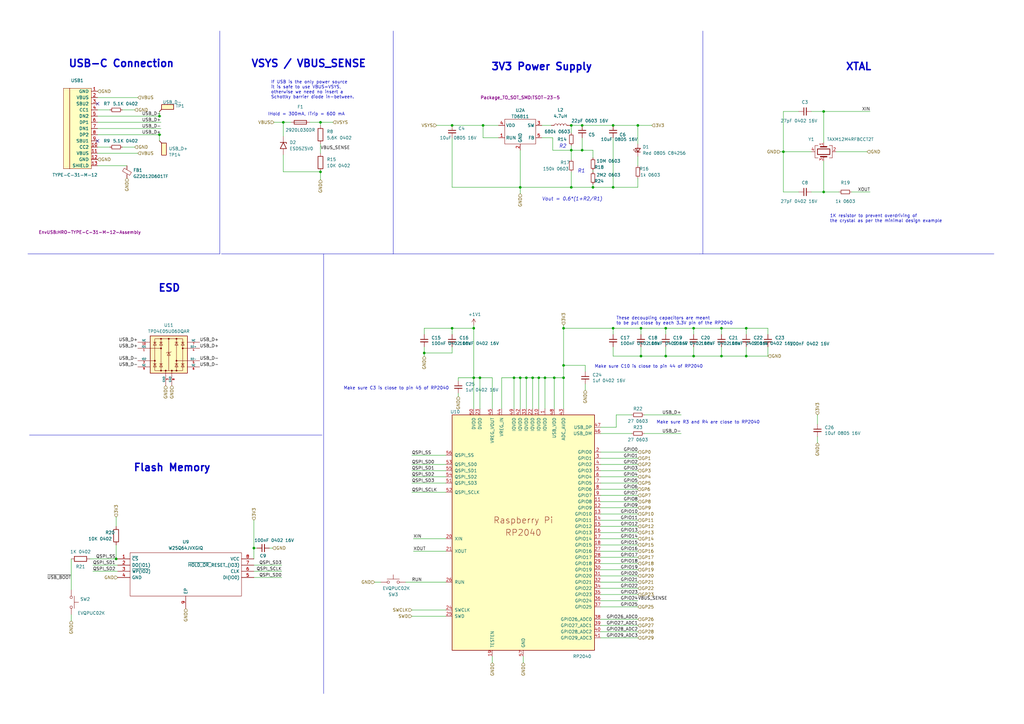
<source format=kicad_sch>
(kicad_sch (version 20230121) (generator eeschema)
  (paper "A3")
  (title_block (title "rp2040 base circuit") (date "2023-03-09"))
  (lib_symbols
    (symbol "Connector:TestPoint_Flag" (pin_numbers hide) (pin_names (offset 0.762) hide)
      (property "Reference" "TP" (at 3.429 1.778 0))
      (property "Value" "TestPoint_Flag" (at 3.302 4.191 0))
      (symbol "TestPoint_Flag_1_1"
        (pin passive line (at 0 0 90) (length 0) (name "1") (number "1"))
      )
    )
    (symbol "Device:C_Small" (pin_numbers hide) (pin_names (offset 0.254) hide)
      (property "Reference" "C" (at 0.254 1.778 0))
      (property "Value" "C_Small" (at 0.254 -2.032 0))
      (symbol "C_Small_1_1"
        (pin passive line (at 0 2.54 270) (length 2.032) (name "~") (number "1"))
        (pin passive line (at 0 -2.54 90) (length 2.032) (name "~") (number "2"))
      )
    )
    (symbol "Device:Crystal_GND24" (pin_names (offset 1.016) hide)
      (property "Reference" "Y" (at 3.175 5.08 0))
      (property "Value" "Crystal_GND24" (at 3.175 3.175 0))
      (symbol "Crystal_GND24_1_1"
        (pin passive line (at -3.81 0 0) (length 1.27) (name "1") (number "1"))
        (pin passive line (at 0 5.08 270) (length 1.27) (name "2") (number "2"))
        (pin passive line (at 3.81 0 180) (length 1.27) (name "3") (number "3"))
        (pin passive line (at 0 -5.08 90) (length 1.27) (name "4") (number "4"))
      )
    )
    (symbol "Device:FerriteBead_Small" (pin_numbers hide) (pin_names (offset 0))
      (property "Reference" "FB" (at 1.905 1.27 0))
      (property "Value" "FerriteBead_Small" (at 1.905 -1.27 0))
      (symbol "FerriteBead_Small_1_1"
        (pin passive line (at 0 2.54 270) (length 1.27) (name "~") (number "1"))
        (pin passive line (at 0 -2.54 90) (length 1.27) (name "~") (number "2"))
      )
    )
    (symbol "Device:Fuse" (pin_numbers hide) (pin_names (offset 0))
      (property "Reference" "F" (at 2.032 0 90))
      (property "Value" "Fuse" (at -1.905 0 90))
      (symbol "Fuse_1_1"
        (pin passive line (at 0 3.81 270) (length 1.27) (name "~") (number "1"))
        (pin passive line (at 0 -3.81 90) (length 1.27) (name "~") (number "2"))
      )
    )
    (symbol "Device:L" (pin_numbers hide) (pin_names (offset 1.016) hide)
      (property "Reference" "L" (at -1.27 0 90))
      (property "Value" "L" (at 1.905 0 90))
      (symbol "L_1_1"
        (pin passive line (at 0 3.81 270) (length 1.27) (name "1") (number "1"))
        (pin passive line (at 0 -3.81 90) (length 1.27) (name "2") (number "2"))
      )
    )
    (symbol "Device:LED_Small" (pin_numbers hide) (pin_names (offset 0.254) hide)
      (property "Reference" "D" (at -1.27 3.175 0))
      (property "Value" "LED_Small" (at -4.445 -2.54 0))
      (symbol "LED_Small_1_1"
        (pin passive line (at -2.54 0 0) (length 1.778) (name "K") (number "1"))
        (pin passive line (at 2.54 0 180) (length 1.778) (name "A") (number "2"))
      )
    )
    (symbol "Device:R" (pin_numbers hide) (pin_names (offset 0))
      (property "Reference" "R" (at 2.032 0 90))
      (property "Value" "R" (at 0 0 90))
      (symbol "R_1_1"
        (pin passive line (at 0 3.81 270) (length 1.27) (name "~") (number "1"))
        (pin passive line (at 0 -3.81 90) (length 1.27) (name "~") (number "2"))
      )
    )
    (symbol "Device:R_Small" (pin_numbers hide) (pin_names (offset 0.254) hide)
      (property "Reference" "R" (at 0.762 0.508 0))
      (property "Value" "R_Small" (at 0.762 -1.016 0))
      (symbol "R_Small_1_1"
        (pin passive line (at 0 2.54 270) (length 0.762) (name "~") (number "1"))
        (pin passive line (at 0 -2.54 90) (length 0.762) (name "~") (number "2"))
      )
    )
    (symbol "Diode:SMF6V0A" (pin_numbers hide) (pin_names (offset 1.016) hide)
      (property "Reference" "D" (at 0 2.54 0))
      (property "Value" "SMF6V0A" (at 0 -2.54 0))
      (symbol "SMF6V0A_1_1"
        (pin passive line (at -3.81 0 0) (length 2.54) (name "A1") (number "1"))
        (pin passive line (at 3.81 0 180) (length 2.54) (name "A2") (number "2"))
      )
    )
    (symbol "MCU_RaspberryPi_RP2040:RP2040" (pin_names (offset 1.016))
      (property "Reference" "U" (at -29.21 49.53 0))
      (property "Value" "RP2040" (at 24.13 -49.53 0))
      (symbol "RP2040_0_0"
        (text "Raspberry Pi" (at 0 5.08 0) (effects (font (size 2.54 2.54))))
        (text "RP2040" (at 0 0 0) (effects (font (size 2.54 2.54))))
      )
      (symbol "RP2040_1_1"
        (pin power_in line (at 8.89 50.8 270) (length 2.54) (name "IOVDD") (number "1"))
        (pin power_in line (at 6.35 50.8 270) (length 2.54) (name "IOVDD") (number "10"))
        (pin bidirectional line (at 31.75 12.7 180) (length 2.54) (name "GPIO8") (number "11"))
        (pin bidirectional line (at 31.75 10.16 180) (length 2.54) (name "GPIO9") (number "12"))
        (pin bidirectional line (at 31.75 7.62 180) (length 2.54) (name "GPIO10") (number "13"))
        (pin bidirectional line (at 31.75 5.08 180) (length 2.54) (name "GPIO11") (number "14"))
        (pin bidirectional line (at 31.75 2.54 180) (length 2.54) (name "GPIO12") (number "15"))
        (pin bidirectional line (at 31.75 0 180) (length 2.54) (name "GPIO13") (number "16"))
        (pin bidirectional line (at 31.75 -2.54 180) (length 2.54) (name "GPIO14") (number "17"))
        (pin bidirectional line (at 31.75 -5.08 180) (length 2.54) (name "GPIO15") (number "18"))
        (pin passive line (at -12.7 -50.8 90) (length 2.54) (name "TESTEN") (number "19"))
        (pin bidirectional line (at 31.75 33.02 180) (length 2.54) (name "GPIO0") (number "2"))
        (pin input line (at -31.75 -2.54 0) (length 2.54) (name "XIN") (number "20"))
        (pin passive line (at -31.75 -7.62 0) (length 2.54) (name "XOUT") (number "21"))
        (pin power_in line (at 3.81 50.8 270) (length 2.54) (name "IOVDD") (number "22"))
        (pin power_in line (at -17.78 50.8 270) (length 2.54) (name "DVDD") (number "23"))
        (pin output line (at -31.75 -31.75 0) (length 2.54) (name "SWCLK") (number "24"))
        (pin bidirectional line (at -31.75 -34.29 0) (length 2.54) (name "SWD") (number "25"))
        (pin input line (at -31.75 -20.32 0) (length 2.54) (name "RUN") (number "26"))
        (pin bidirectional line (at 31.75 -7.62 180) (length 2.54) (name "GPIO16") (number "27"))
        (pin bidirectional line (at 31.75 -10.16 180) (length 2.54) (name "GPIO17") (number "28"))
        (pin bidirectional line (at 31.75 -12.7 180) (length 2.54) (name "GPIO18") (number "29"))
        (pin bidirectional line (at 31.75 30.48 180) (length 2.54) (name "GPIO1") (number "3"))
        (pin bidirectional line (at 31.75 -15.24 180) (length 2.54) (name "GPIO19") (number "30"))
        (pin bidirectional line (at 31.75 -17.78 180) (length 2.54) (name "GPIO20") (number "31"))
        (pin bidirectional line (at 31.75 -20.32 180) (length 2.54) (name "GPIO21") (number "32"))
        (pin power_in line (at 1.27 50.8 270) (length 2.54) (name "IOVDD") (number "33"))
        (pin bidirectional line (at 31.75 -22.86 180) (length 2.54) (name "GPIO22") (number "34"))
        (pin bidirectional line (at 31.75 -25.4 180) (length 2.54) (name "GPIO23") (number "35"))
        (pin bidirectional line (at 31.75 -27.94 180) (length 2.54) (name "GPIO24") (number "36"))
        (pin bidirectional line (at 31.75 -30.48 180) (length 2.54) (name "GPIO25") (number "37"))
        (pin bidirectional line (at 31.75 -35.56 180) (length 2.54) (name "GPIO26_ADC0") (number "38"))
        (pin bidirectional line (at 31.75 -38.1 180) (length 2.54) (name "GPIO27_ADC1") (number "39"))
        (pin bidirectional line (at 31.75 27.94 180) (length 2.54) (name "GPIO2") (number "4"))
        (pin bidirectional line (at 31.75 -40.64 180) (length 2.54) (name "GPIO28_ADC2") (number "40"))
        (pin bidirectional line (at 31.75 -43.18 180) (length 2.54) (name "GPIO29_ADC3") (number "41"))
        (pin power_in line (at -1.27 50.8 270) (length 2.54) (name "IOVDD") (number "42"))
        (pin power_in line (at 16.51 50.8 270) (length 2.54) (name "ADC_AVDD") (number "43"))
        (pin power_in line (at -8.89 50.8 270) (length 2.54) (name "VREG_IN") (number "44"))
        (pin power_out line (at -12.7 50.8 270) (length 2.54) (name "VREG_VOUT") (number "45"))
        (pin bidirectional line (at 31.75 40.64 180) (length 2.54) (name "USB_DM") (number "46"))
        (pin bidirectional line (at 31.75 43.18 180) (length 2.54) (name "USB_DP") (number "47"))
        (pin power_in line (at 12.7 50.8 270) (length 2.54) (name "USB_VDD") (number "48"))
        (pin power_in line (at -3.81 50.8 270) (length 2.54) (name "IOVDD") (number "49"))
        (pin bidirectional line (at 31.75 25.4 180) (length 2.54) (name "GPIO3") (number "5"))
        (pin power_in line (at -20.32 50.8 270) (length 2.54) (name "DVDD") (number "50"))
        (pin bidirectional line (at -31.75 20.32 0) (length 2.54) (name "QSPI_SD3") (number "51"))
        (pin output line (at -31.75 16.51 0) (length 2.54) (name "QSPI_SCLK") (number "52"))
        (pin bidirectional line (at -31.75 27.94 0) (length 2.54) (name "QSPI_SD0") (number "53"))
        (pin bidirectional line (at -31.75 22.86 0) (length 2.54) (name "QSPI_SD2") (number "54"))
        (pin bidirectional line (at -31.75 25.4 0) (length 2.54) (name "QSPI_SD1") (number "55"))
        (pin bidirectional line (at -31.75 31.75 0) (length 2.54) (name "QSPI_SS") (number "56"))
        (pin power_in line (at 0 -50.8 90) (length 2.54) (name "GND") (number "57"))
        (pin bidirectional line (at 31.75 22.86 180) (length 2.54) (name "GPIO4") (number "6"))
        (pin bidirectional line (at 31.75 20.32 180) (length 2.54) (name "GPIO5") (number "7"))
        (pin bidirectional line (at 31.75 17.78 180) (length 2.54) (name "GPIO6") (number "8"))
        (pin bidirectional line (at 31.75 15.24 180) (length 2.54) (name "GPIO7") (number "9"))
      )
    )
    (symbol "Switch:SW_Push" (pin_numbers hide) (pin_names (offset 1.016) hide)
      (property "Reference" "SW" (at 1.27 2.54 0))
      (property "Value" "SW_Push" (at 0 -1.524 0))
      (symbol "SW_Push_0_1"
        (pin passive line (at -5.08 0 0) (length 2.54) (name "1") (number "1"))
        (pin passive line (at 5.08 0 180) (length 2.54) (name "2") (number "2"))
      )
    )
    (symbol "Type-C:HRO-TYPE-C-31-M-12" (pin_names (offset 1.016))
      (property "Reference" "USB" (at -5.08 16.51 0))
      (property "Value" "HRO-TYPE-C-31-M-12" (at -10.16 -1.27 90))
      (symbol "HRO-TYPE-C-31-M-12_1_1"
        (pin input line (at 2.54 13.97 180) (length 2.54) (name "GND") (number "1"))
        (pin input line (at 2.54 -8.89 180) (length 2.54) (name "CC2") (number "10"))
        (pin input line (at 2.54 -11.43 180) (length 2.54) (name "VBUS") (number "11"))
        (pin input line (at 2.54 -13.97 180) (length 2.54) (name "GND") (number "12"))
        (pin input line (at 2.54 -16.51 180) (length 2.54) (name "SHIELD") (number "13"))
        (pin input line (at 2.54 11.43 180) (length 2.54) (name "VBUS") (number "2"))
        (pin input line (at 2.54 8.89 180) (length 2.54) (name "SBU2") (number "3"))
        (pin input line (at 2.54 6.35 180) (length 2.54) (name "CC1") (number "4"))
        (pin input line (at 2.54 3.81 180) (length 2.54) (name "DN2") (number "5"))
        (pin input line (at 2.54 1.27 180) (length 2.54) (name "DP1") (number "6"))
        (pin input line (at 2.54 -1.27 180) (length 2.54) (name "DN1") (number "7"))
        (pin input line (at 2.54 -3.81 180) (length 2.54) (name "DP2") (number "8"))
        (pin input line (at 2.54 -6.35 180) (length 2.54) (name "SBU1") (number "9"))
      )
    )
    (symbol "Winbond Flash:W25Q64JVXGIQ" (pin_names (offset 0.762))
      (property "Reference" "IC" (at 52.07 7.62 0))
      (property "Value" "W25Q64JVXGIQ" (at 52.07 5.08 0))
      (symbol "W25Q64JVXGIQ_0_0"
        (pin passive line (at 0 0 0) (length 5.08) (name "~{CS}") (number "1"))
        (pin passive line (at 0 -2.54 0) (length 5.08) (name "DO(IO1)") (number "2"))
        (pin passive line (at 0 -5.08 0) (length 5.08) (name "~{WP(IO2})") (number "3"))
        (pin passive line (at 0 -7.62 0) (length 5.08) (name "GND") (number "4"))
        (pin passive line (at 55.88 -7.62 180) (length 5.08) (name "DI(IO0)") (number "5"))
        (pin passive line (at 55.88 -5.08 180) (length 5.08) (name "CLK") (number "6"))
        (pin passive line (at 55.88 -2.54 180) (length 5.08) (name "~{HOLD_OR_}RESET_(IO3)") (number "7"))
        (pin passive line (at 55.88 0 180) (length 5.08) (name "VCC") (number "8"))
        (pin passive line (at 27.94 -20.32 90) (length 5.08) (name "EP") (number "9"))
      )
    )
    (symbol "acheron_Symbols:TPD4E05U06DQAR" (pin_names (offset 0))
      (property "Reference" "U" (at 0 12.7 0))
      (property "Value" "TPD4E05U06DQAR" (at 0 10.16 0))
      (symbol "TPD4E05U06DQAR_1_1"
        (pin bidirectional line (at -12.7 2.54 0) (length 5.08) (name "IO1") (number "1"))
        (pin bidirectional line (at -12.7 5.08 0) (length 5.08) (name "NC") (number "10"))
        (pin bidirectional line (at -12.7 -2.54 0) (length 5.08) (name "IO2") (number "2"))
        (pin power_in line (at -1.27 -12.7 90) (length 5.08) (name "GND") (number "3"))
        (pin bidirectional line (at 12.7 2.54 180) (length 5.08) (name "D2+") (number "4"))
        (pin bidirectional line (at 12.7 -2.54 180) (length 5.08) (name "D2-") (number "5"))
        (pin bidirectional line (at 12.7 -5.08 180) (length 5.08) (name "NC") (number "6"))
        (pin bidirectional line (at 12.7 5.08 180) (length 5.08) (name "NC") (number "7"))
        (pin power_in line (at 1.27 -12.7 90) (length 5.08) (name "GND") (number "8"))
        (pin bidirectional line (at -12.7 -5.08 0) (length 5.08) (name "NC") (number "9"))
      )
    )
    (symbol "poly_kb:TD6811"
      (property "Reference" "U" (at 0 8.89 0))
      (property "Value" "TD6811" (at 0 6.35 0))
      (symbol "TD6811_1_1"
        (pin input line (at -8.89 -2.54 0) (length 2.54) (name "RUN") (number "1"))
        (pin input line (at 0 -7.62 90) (length 2.54) (name "GND") (number "2"))
        (pin output line (at 8.89 2.54 180) (length 2.54) (name "SW") (number "3"))
        (pin input line (at -8.89 2.54 0) (length 2.54) (name "VDD") (number "4"))
        (pin input line (at 8.89 -2.54 180) (length 2.54) (name "FB") (number "5"))
      )
      (symbol "TD6811_2_1"
        (pin input line (at -8.89 -2.54 0) (length 2.54) (name "RUN") (number "1-UB"))
        (pin input line (at 0 -3.81 270) (length 2.54) (name "GND") (number "2-UB"))
        (pin output line (at 8.89 2.54 180) (length 2.54) (name "SW") (number "3-UB"))
        (pin input line (at -8.89 2.54 0) (length 2.54) (name "VDD") (number "4-UB"))
        (pin input line (at 8.89 -2.54 180) (length 2.54) (name "FB") (number "FB-UB"))
      )
      (symbol "TD6811_3_1"
        (pin input line (at -8.89 -2.54 0) (length 2.54) (name "RUN") (number "1-UC"))
        (pin input line (at 0 -3.81 270) (length 2.54) (name "GND") (number "2-UC"))
        (pin output line (at 8.89 2.54 180) (length 2.54) (name "SW") (number "3-UC"))
        (pin input line (at -8.89 2.54 0) (length 2.54) (name "VDD") (number "4-UC"))
        (pin input line (at 8.89 -2.54 180) (length 2.54) (name "FB") (number "FB-UC"))
      )
      (symbol "TD6811_4_1"
        (pin input line (at -8.89 -2.54 0) (length 2.54) (name "RUN") (number "1-UD"))
        (pin input line (at 0 -3.81 270) (length 2.54) (name "GND") (number "2-UD"))
        (pin output line (at 8.89 2.54 180) (length 2.54) (name "SW") (number "3-UD"))
        (pin input line (at -8.89 2.54 0) (length 2.54) (name "VDD") (number "4-UD"))
        (pin input line (at 8.89 -2.54 180) (length 2.54) (name "FB") (number "FB-UD"))
      )
      (symbol "TD6811_5_1"
        (pin input line (at -8.89 -2.54 0) (length 2.54) (name "RUN") (number "1-UE"))
        (pin input line (at 0 -3.81 270) (length 2.54) (name "GND") (number "2-UE"))
        (pin output line (at 8.89 2.54 180) (length 2.54) (name "SW") (number "3-UE"))
        (pin input line (at -8.89 2.54 0) (length 2.54) (name "VDD") (number "4-UE"))
        (pin input line (at 8.89 -2.54 180) (length 2.54) (name "FB") (number "FB-UE"))
      )
    )
    (symbol "power:+1V1" (power) (pin_names (offset 0))
      (property "Value" "+1V1" (at 0 3.556 0))
      (symbol "+1V1_1_1"
        (pin power_in line (at 0 0 90) (length 0) hide (name "+1V1") (number "1"))
      )
    )
  )
  (junction (at 337.82 78.74))
  (junction (at 227.33 154.94))
  (junction (at 295.91 134.62))
  (junction (at 185.42 51.435))
  (junction (at 116.205 50.165))
  (junction (at 220.98 154.94))
  (junction (at 65.405 47.625))
  (junction (at 251.46 134.62))
  (junction (at 243.205 76.835))
  (junction (at 47.625 229.235))
  (junction (at 218.44 154.94))
  (junction (at 337.82 45.72))
  (junction (at 231.14 134.62))
  (junction (at 173.99 144.78))
  (junction (at 194.31 154.94))
  (junction (at 238.76 61.595))
  (junction (at 213.36 154.94))
  (junction (at 213.36 76.835))
  (junction (at 261.62 51.435))
  (junction (at 284.48 134.62))
  (junction (at 194.31 134.62))
  (junction (at 196.85 154.94))
  (junction (at 262.89 134.62))
  (junction (at 185.42 134.62))
  (junction (at 273.05 146.05))
  (junction (at 306.07 134.62))
  (junction (at 210.82 154.94))
  (junction (at 306.07 146.05))
  (junction (at 234.315 61.595))
  (junction (at 65.405 55.245))
  (junction (at 238.76 51.435))
  (junction (at 131.445 70.485))
  (junction (at 131.445 50.165))
  (junction (at 215.9 154.94))
  (junction (at 284.48 146.05))
  (junction (at 198.12 51.435))
  (junction (at 321.31 62.23))
  (junction (at 231.14 154.94))
  (junction (at 234.315 51.435))
  (junction (at 251.46 76.835))
  (junction (at 104.14 224.79))
  (junction (at 295.91 146.05))
  (junction (at 262.89 146.05))
  (junction (at 231.14 149.86))
  (junction (at 234.315 76.835))
  (junction (at 251.46 51.435))
  (junction (at 223.52 154.94))
  (junction (at 273.05 134.62))
  (no_connect (at 40.005 57.785))
  (no_connect (at 40.005 42.545))
  (wire (pts (xy 218.44 167.64) (xy 218.44 154.94)))
  (wire (pts (xy 273.05 134.62) (xy 273.05 137.16)))
  (wire (pts (xy 251.46 134.62) (xy 262.89 134.62)))
  (polyline (pts (xy 287.02 104.14) (xy 407.67 104.14)))
  (wire (pts (xy 332.74 78.74) (xy 337.82 78.74)))
  (polyline (pts (xy 90.805 104.14) (xy 161.29 104.14)))
  (wire (pts (xy 185.42 51.435) (xy 198.12 51.435)))
  (wire (pts (xy 252.73 170.18) (xy 252.73 175.26)))
  (wire (pts (xy 246.38 236.22) (xy 261.62 236.22)))
  (wire (pts (xy 314.96 142.24) (xy 314.96 146.05)))
  (wire (pts (xy 335.28 170.18) (xy 335.28 173.99)))
  (polyline (pts (xy 11.43 104.14) (xy 90.17 104.14)))
  (wire (pts (xy 262.89 134.62) (xy 262.89 137.16)))
  (wire (pts (xy 251.46 142.24) (xy 251.46 146.05)))
  (wire (pts (xy 179.07 51.435) (xy 185.42 51.435)))
  (wire (pts (xy 246.38 193.04) (xy 261.62 193.04)))
  (wire (pts (xy 246.38 198.12) (xy 261.62 198.12)))
  (wire (pts (xy 131.445 50.165) (xy 136.525 50.165)))
  (wire (pts (xy 246.38 187.96) (xy 261.62 187.96)))
  (wire (pts (xy 251.46 51.435) (xy 261.62 51.435)))
  (wire (pts (xy 40.005 40.005) (xy 56.515 40.005)))
  (wire (pts (xy 306.07 134.62) (xy 306.07 137.16)))
  (wire (pts (xy 246.38 248.92) (xy 261.62 248.92)))
  (wire (pts (xy 246.38 256.54) (xy 261.62 256.54)))
  (wire (pts (xy 246.38 261.62) (xy 261.62 261.62)))
  (wire (pts (xy 264.16 177.8) (xy 279.4 177.8)))
  (wire (pts (xy 233.68 51.435) (xy 234.315 51.435)))
  (wire (pts (xy 194.31 154.94) (xy 187.96 154.94)))
  (wire (pts (xy 65.405 55.245) (xy 66.04 55.245)))
  (wire (pts (xy 344.17 78.74) (xy 337.82 78.74)))
  (polyline (pts (xy 12.065 178.435) (xy 132.08 178.435)))
  (wire (pts (xy 173.99 144.78) (xy 185.42 144.78)))
  (wire (pts (xy 261.62 64.135) (xy 261.62 67.945)))
  (wire (pts (xy 243.205 61.595) (xy 238.76 61.595)))
  (wire (pts (xy 169.545 226.06) (xy 182.88 226.06)))
  (wire (pts (xy 337.82 45.72) (xy 356.87 45.72)))
  (polyline (pts (xy 132.715 104.14) (xy 132.715 284.48)))
  (wire (pts (xy 234.315 51.435) (xy 234.315 54.61)))
  (wire (pts (xy 194.31 134.62) (xy 194.31 154.94)))
  (wire (pts (xy 182.88 252.73) (xy 168.91 252.73)))
  (wire (pts (xy 168.91 193.04) (xy 182.88 193.04)))
  (wire (pts (xy 321.31 78.74) (xy 327.66 78.74)))
  (wire (pts (xy 243.205 64.77) (xy 243.205 61.595)))
  (wire (pts (xy 306.07 142.24) (xy 306.07 146.05)))
  (wire (pts (xy 210.82 167.64) (xy 210.82 154.94)))
  (wire (pts (xy 246.38 210.82) (xy 261.62 210.82)))
  (wire (pts (xy 173.99 134.62) (xy 185.42 134.62)))
  (wire (pts (xy 213.36 76.835) (xy 213.36 79.375)))
  (wire (pts (xy 112.395 50.165) (xy 116.205 50.165)))
  (wire (pts (xy 187.96 154.94) (xy 187.96 156.21)))
  (wire (pts (xy 342.9 62.23) (xy 355.6 62.23)))
  (wire (pts (xy 182.88 201.93) (xy 168.91 201.93)))
  (wire (pts (xy 306.07 146.05) (xy 314.96 146.05)))
  (wire (pts (xy 201.93 154.94) (xy 196.85 154.94)))
  (wire (pts (xy 321.31 45.72) (xy 327.66 45.72)))
  (wire (pts (xy 168.91 195.58) (xy 182.88 195.58)))
  (wire (pts (xy 234.315 61.595) (xy 234.315 65.405)))
  (wire (pts (xy 116.205 70.485) (xy 131.445 70.485)))
  (wire (pts (xy 65.405 55.245) (xy 65.405 57.785)))
  (wire (pts (xy 116.205 50.165) (xy 116.205 55.88)))
  (wire (pts (xy 194.31 154.94) (xy 194.31 167.64)))
  (wire (pts (xy 205.74 154.94) (xy 210.82 154.94)))
  (wire (pts (xy 240.03 149.86) (xy 240.03 152.4)))
  (wire (pts (xy 243.205 69.85) (xy 243.205 70.485)))
  (wire (pts (xy 173.99 142.24) (xy 173.99 144.78)))
  (wire (pts (xy 262.89 146.05) (xy 273.05 146.05)))
  (wire (pts (xy 231.14 134.62) (xy 251.46 134.62)))
  (wire (pts (xy 273.05 142.24) (xy 273.05 146.05)))
  (wire (pts (xy 246.38 254) (xy 261.62 254)))
  (wire (pts (xy 104.14 234.315) (xy 115.57 234.315)))
  (wire (pts (xy 201.93 269.24) (xy 201.93 271.78)))
  (wire (pts (xy 116.205 50.165) (xy 119.38 50.165)))
  (wire (pts (xy 240.03 157.48) (xy 240.03 160.02)))
  (wire (pts (xy 261.62 51.435) (xy 267.335 51.435)))
  (wire (pts (xy 238.76 51.435) (xy 251.46 51.435)))
  (wire (pts (xy 196.85 154.94) (xy 194.31 154.94)))
  (wire (pts (xy 104.14 213.36) (xy 104.14 224.79)))
  (wire (pts (xy 246.38 195.58) (xy 261.62 195.58)))
  (wire (pts (xy 314.96 134.62) (xy 314.96 137.16)))
  (wire (pts (xy 40.005 55.245) (xy 65.405 55.245)))
  (wire (pts (xy 246.38 243.84) (xy 261.62 243.84)))
  (wire (pts (xy 198.12 51.435) (xy 198.12 56.515)))
  (wire (pts (xy 185.42 134.62) (xy 194.31 134.62)))
  (wire (pts (xy 246.38 213.36) (xy 261.62 213.36)))
  (wire (pts (xy 223.52 154.94) (xy 223.52 167.64)))
  (wire (pts (xy 48.26 234.315) (xy 38.1 234.315)))
  (wire (pts (xy 321.31 62.23) (xy 332.74 62.23)))
  (wire (pts (xy 213.36 61.595) (xy 213.36 76.835)))
  (wire (pts (xy 214.63 269.24) (xy 214.63 271.78)))
  (wire (pts (xy 251.46 76.835) (xy 261.62 76.835)))
  (wire (pts (xy 215.9 167.64) (xy 215.9 154.94)))
  (wire (pts (xy 246.38 185.42) (xy 261.62 185.42)))
  (wire (pts (xy 238.76 56.515) (xy 238.76 61.595)))
  (wire (pts (xy 251.46 134.62) (xy 251.46 137.16)))
  (wire (pts (xy 335.28 179.07) (xy 335.28 181.61)))
  (wire (pts (xy 110.49 224.79) (xy 111.76 224.79)))
  (wire (pts (xy 65.405 47.625) (xy 66.04 47.625)))
  (wire (pts (xy 251.46 56.515) (xy 251.46 76.835)))
  (wire (pts (xy 246.38 228.6) (xy 261.62 228.6)))
  (wire (pts (xy 213.36 154.94) (xy 215.9 154.94)))
  (wire (pts (xy 50.165 60.325) (xy 55.245 60.325)))
  (wire (pts (xy 252.73 170.18) (xy 259.08 170.18)))
  (wire (pts (xy 246.38 226.06) (xy 261.62 226.06)))
  (wire (pts (xy 234.315 51.435) (xy 238.76 51.435)))
  (wire (pts (xy 198.12 56.515) (xy 204.47 56.515)))
  (wire (pts (xy 47.625 223.52) (xy 47.625 229.235)))
  (wire (pts (xy 306.07 134.62) (xy 314.96 134.62)))
  (wire (pts (xy 104.14 224.79) (xy 105.41 224.79)))
  (wire (pts (xy 246.38 177.8) (xy 259.08 177.8)))
  (wire (pts (xy 40.005 47.625) (xy 65.405 47.625)))
  (wire (pts (xy 246.38 218.44) (xy 261.62 218.44)))
  (wire (pts (xy 246.38 190.5) (xy 261.62 190.5)))
  (wire (pts (xy 273.05 134.62) (xy 284.48 134.62)))
  (wire (pts (xy 65.405 45.72) (xy 65.405 47.625)))
  (wire (pts (xy 223.52 154.94) (xy 227.33 154.94)))
  (wire (pts (xy 222.25 56.515) (xy 226.695 56.515)))
  (wire (pts (xy 168.91 198.12) (xy 182.88 198.12)))
  (wire (pts (xy 246.38 231.14) (xy 261.62 231.14)))
  (wire (pts (xy 182.88 250.19) (xy 168.91 250.19)))
  (wire (pts (xy 261.62 76.835) (xy 261.62 73.025)))
  (wire (pts (xy 234.315 61.595) (xy 238.76 61.595)))
  (wire (pts (xy 243.205 76.835) (xy 251.46 76.835)))
  (polyline (pts (xy 288.29 12.7) (xy 288.29 104.14)))
  (wire (pts (xy 210.82 154.94) (xy 213.36 154.94)))
  (wire (pts (xy 227.33 154.94) (xy 231.14 154.94)))
  (wire (pts (xy 284.48 142.24) (xy 284.48 146.05)))
  (wire (pts (xy 40.005 60.325) (xy 45.085 60.325)))
  (wire (pts (xy 29.21 229.235) (xy 29.21 241.935)))
  (wire (pts (xy 295.91 134.62) (xy 306.07 134.62)))
  (wire (pts (xy 246.38 200.66) (xy 261.62 200.66)))
  (wire (pts (xy 187.96 161.29) (xy 187.96 162.56)))
  (wire (pts (xy 231.14 133.35) (xy 231.14 134.62)))
  (wire (pts (xy 246.38 238.76) (xy 261.62 238.76)))
  (wire (pts (xy 337.82 66.04) (xy 337.82 78.74)))
  (wire (pts (xy 264.16 170.18) (xy 279.4 170.18)))
  (wire (pts (xy 246.38 246.38) (xy 261.62 246.38)))
  (wire (pts (xy 306.07 146.05) (xy 295.91 146.05)))
  (wire (pts (xy 56.515 62.865) (xy 40.005 62.865)))
  (wire (pts (xy 218.44 154.94) (xy 220.98 154.94)))
  (wire (pts (xy 222.25 51.435) (xy 226.06 51.435)))
  (wire (pts (xy 262.89 142.24) (xy 262.89 146.05)))
  (wire (pts (xy 215.9 154.94) (xy 218.44 154.94)))
  (wire (pts (xy 231.14 149.86) (xy 240.03 149.86)))
  (wire (pts (xy 168.91 190.5) (xy 182.88 190.5)))
  (wire (pts (xy 205.74 167.64) (xy 205.74 154.94)))
  (wire (pts (xy 40.005 45.085) (xy 45.085 45.085)))
  (wire (pts (xy 201.93 167.64) (xy 201.93 154.94)))
  (wire (pts (xy 156.21 238.76) (xy 153.67 238.76)))
  (wire (pts (xy 131.445 50.165) (xy 131.445 51.435)))
  (wire (pts (xy 185.42 76.835) (xy 213.36 76.835)))
  (wire (pts (xy 226.695 61.595) (xy 234.315 61.595)))
  (wire (pts (xy 182.88 186.69) (xy 168.91 186.69)))
  (wire (pts (xy 166.37 238.76) (xy 182.88 238.76)))
  (wire (pts (xy 185.42 56.515) (xy 185.42 76.835)))
  (wire (pts (xy 29.21 252.095) (xy 29.21 254.635)))
  (wire (pts (xy 246.38 241.3) (xy 261.62 241.3)))
  (polyline (pts (xy 161.29 104.14) (xy 287.02 104.14)))
  (wire (pts (xy 36.83 229.235) (xy 47.625 229.235)))
  (wire (pts (xy 246.38 259.08) (xy 261.62 259.08)))
  (wire (pts (xy 295.91 142.24) (xy 295.91 146.05)))
  (wire (pts (xy 47.625 229.235) (xy 48.26 229.235)))
  (wire (pts (xy 320.04 62.23) (xy 321.31 62.23)))
  (wire (pts (xy 349.25 78.74) (xy 356.87 78.74)))
  (wire (pts (xy 246.38 223.52) (xy 261.62 223.52)))
  (wire (pts (xy 127 50.165) (xy 131.445 50.165)))
  (wire (pts (xy 104.14 236.855) (xy 115.57 236.855)))
  (wire (pts (xy 231.14 154.94) (xy 231.14 167.64)))
  (wire (pts (xy 231.14 149.86) (xy 231.14 154.94)))
  (wire (pts (xy 40.005 50.165) (xy 66.04 50.165)))
  (wire (pts (xy 261.62 51.435) (xy 261.62 59.055)))
  (wire (pts (xy 227.33 167.64) (xy 227.33 154.94)))
  (wire (pts (xy 246.38 203.2) (xy 261.62 203.2)))
  (wire (pts (xy 246.38 233.68) (xy 261.62 233.68)))
  (wire (pts (xy 50.165 45.085) (xy 55.245 45.085)))
  (wire (pts (xy 246.38 220.98) (xy 261.62 220.98)))
  (wire (pts (xy 194.31 133.35) (xy 194.31 134.62)))
  (wire (pts (xy 262.89 134.62) (xy 273.05 134.62)))
  (wire (pts (xy 104.14 231.775) (xy 115.57 231.775)))
  (wire (pts (xy 337.82 45.72) (xy 337.82 58.42)))
  (wire (pts (xy 104.14 224.79) (xy 104.14 229.235)))
  (wire (pts (xy 246.38 208.28) (xy 261.62 208.28)))
  (wire (pts (xy 284.48 134.62) (xy 284.48 137.16)))
  (wire (pts (xy 332.74 45.72) (xy 337.82 45.72)))
  (polyline (pts (xy 161.29 12.7) (xy 161.29 104.14)))
  (wire (pts (xy 234.315 59.69) (xy 234.315 61.595)))
  (wire (pts (xy 169.545 220.98) (xy 182.88 220.98)))
  (wire (pts (xy 295.91 146.05) (xy 284.48 146.05)))
  (wire (pts (xy 321.31 45.72) (xy 321.31 62.23)))
  (wire (pts (xy 234.315 76.835) (xy 243.205 76.835)))
  (wire (pts (xy 185.42 134.62) (xy 185.42 137.16)))
  (wire (pts (xy 246.38 205.74) (xy 261.62 205.74)))
  (wire (pts (xy 284.48 134.62) (xy 295.91 134.62)))
  (wire (pts (xy 226.695 56.515) (xy 226.695 61.595)))
  (wire (pts (xy 284.48 146.05) (xy 273.05 146.05)))
  (wire (pts (xy 185.42 142.24) (xy 185.42 144.78)))
  (wire (pts (xy 173.99 134.62) (xy 173.99 137.16)))
  (wire (pts (xy 131.445 70.485) (xy 131.445 73.66)))
  (wire (pts (xy 220.98 167.64) (xy 220.98 154.94)))
  (wire (pts (xy 173.99 144.78) (xy 173.99 146.05)))
  (wire (pts (xy 295.91 134.62) (xy 295.91 137.16)))
  (wire (pts (xy 38.1 231.775) (xy 48.26 231.775)))
  (wire (pts (xy 234.315 70.485) (xy 234.315 76.835)))
  (wire (pts (xy 220.98 154.94) (xy 223.52 154.94)))
  (wire (pts (xy 321.31 62.23) (xy 321.31 78.74)))
  (wire (pts (xy 251.46 146.05) (xy 262.89 146.05)))
  (wire (pts (xy 246.38 215.9) (xy 261.62 215.9)))
  (wire (pts (xy 198.12 51.435) (xy 204.47 51.435)))
  (wire (pts (xy 246.38 175.26) (xy 252.73 175.26)))
  (wire (pts (xy 231.14 134.62) (xy 231.14 149.86)))
  (wire (pts (xy 116.205 63.5) (xy 116.205 70.485)))
  (wire (pts (xy 213.36 167.64) (xy 213.36 154.94)))
  (wire (pts (xy 213.36 76.835) (xy 234.315 76.835)))
  (wire (pts (xy 243.205 75.565) (xy 243.205 76.835)))
  (wire (pts (xy 40.005 52.705) (xy 66.04 52.705)))
  (polyline (pts (xy 90.17 12.7) (xy 90.17 104.14)))
  (wire (pts (xy 40.005 67.945) (xy 52.07 67.945)))
  (wire (pts (xy 196.85 167.64) (xy 196.85 154.94)))
  (wire (pts (xy 47.625 212.09) (xy 47.625 215.9)))
  (wire (pts (xy 131.445 59.055) (xy 131.445 62.865)))
  (text "VSYS / VBUS_SENSE" (at 102.87 27.94 0) (effects (font (size 3 3) (thickness 0.6) bold) (justify left bottom)))
  (text "If USB is the only power source\nit is safe to use VBUS=VSYS,\notherwise we need no insert a\nSchottky barrier diode in-between." (at 111.125 40.64 0) (effects (font (size 1.27 1.27)) (justify left bottom)))
  (text "IHold = 300mA, ITrip = 600 mA" (at 109.855 47.625 0) (effects (font (size 1.27 1.27)) (justify left bottom)))
  (text "Make sure R3 and R4 are close to RP2040" (at 269.24 173.99 0) (effects (font (size 1.27 1.27)) (justify left bottom)))
  (text "These decoupling capacitors are meant\nto be put close by each 3.3V pin of the RP2040" (at 252.73 133.35 0) (effects (font (size 1.27 1.27)) (justify left bottom)))
  (text "3V3 Power Supply" (at 201.295 29.21 0) (effects (font (size 3 3) (thickness 0.6) bold) (justify left bottom)))
  (text "ESD" (at 64.77 120.015 0) (effects (font (size 3 3) (thickness 0.6) bold) (justify left bottom)))
  (text "1K resistor to prevent overdriving of \nthe crystal as per the minimal design example" (at 340.36 91.44 0) (effects (font (size 1.27 1.27)) (justify left bottom)))
  (text "Flash Memory" (at 54.61 193.675 0) (effects (font (size 3 3) (thickness 0.6) bold) (justify left bottom)))
  (text "XTAL" (at 346.71 29.21 0) (effects (font (size 3 3) (thickness 0.6) bold) (justify left bottom)))
  (text "Make sure C10 is close to pin 44 of RP2040" (at 243.84 151.13 0) (effects (font (size 1.27 1.27)) (justify left bottom)))
  (text "Make sure C3 is close to pin 45 of RP2040" (at 184.15 160.02 0) (effects (font (size 1.27 1.27)) (justify right bottom)))
  (text "R2" (at 229.235 60.96 0) (effects (font (size 1.5 1.5) italic) (justify left bottom)))
  (text "Vout = 0.6*(1+R2/R1)" (at 222.25 82.55 0) (effects (font (size 1.4 1.4) italic) (justify left bottom)))
  (text "USB-C Connection" (at 27.94 27.94 0) (effects (font (size 3 3) (thickness 0.6) bold) (justify left bottom)))
  (text "R1" (at 236.855 71.12 0) (effects (font (size 1.5 1.5) italic) (justify left bottom)))
  (label "GPIO19" (at 261.62 233.68 180))
  (label "USB_D+" (at 56.515 142.875 180))
  (label "XIN" (at 356.87 45.72 180))
  (label "GPIO22" (at 261.62 241.3 180))
  (label "USB_D+" (at 56.515 140.335 180))
  (label "QSPI_SD1" (at 168.91 193.04 0))
  (label "GPIO2" (at 261.62 190.5 180))
  (label "USB_D+" (at 66.04 50.165 180))
  (label "GPIO4" (at 261.62 195.58 180))
  (label "~{USB_BOOT}" (at 29.21 237.871 180))
  (label "GPIO15" (at 261.62 223.52 180))
  (label "QSPI_SCLK" (at 115.57 234.315 180))
  (label "GPIO25" (at 261.62 248.92 180))
  (label "QSPI_SS" (at 168.91 186.69 0))
  (label "GPIO17" (at 261.62 228.6 180))
  (label "GPIO11" (at 261.62 213.36 180))
  (label "GPIO9" (at 261.62 208.28 180))
  (label "USB_D-" (at 66.04 52.705 180))
  (label "QSPI_SD3" (at 115.57 231.775 180))
  (label "GPIO20" (at 261.62 236.22 180))
  (label "QSPI_SD3" (at 168.91 198.12 0))
  (label "USB_D-" (at 279.4 177.8 180))
  (label "USB_D+" (at 66.04 55.245 180))
  (label "GPIO24" (at 261.62 246.38 180))
  (label "USB_D-" (at 66.04 47.625 180))
  (label "GPIO21" (at 261.62 238.76 180))
  (label "GPIO23" (at 261.62 243.84 180))
  (label "GPIO14" (at 261.62 220.98 180))
  (label "USB_D-" (at 81.915 150.495 0))
  (label "XIN" (at 169.545 220.98 0))
  (label "GPIO8" (at 261.62 205.74 180))
  (label "GPIO12" (at 261.62 215.9 180))
  (label "XOUT" (at 356.87 78.74 180))
  (label "QSPI_SS" (at 39.37 229.235 0))
  (label "GPIO26_ADC0" (at 261.62 254 180))
  (label "GPIO7" (at 261.62 203.2 180))
  (label "USB_D-" (at 81.915 147.955 0))
  (label "VBUS_SENSE" (at 261.62 246.38 0))
  (label "USB_D+" (at 81.915 142.875 0))
  (label "QSPI_SD2" (at 38.1 234.315 0))
  (label "USB_D+" (at 81.915 140.335 0))
  (label "GPIO16" (at 261.62 226.06 180))
  (label "RUN" (at 168.91 238.76 0))
  (label "GPIO29_ADC3" (at 261.62 261.62 180))
  (label "QSPI_SCLK" (at 168.91 201.93 0))
  (label "USB_D-" (at 56.515 150.495 180))
  (label "GPIO3" (at 261.62 193.04 180))
  (label "QSPI_SD2" (at 168.91 195.58 0))
  (label "USB_D-" (at 56.515 147.955 180))
  (label "GPIO6" (at 261.62 200.66 180))
  (label "GPIO27_ADC1" (at 261.62 256.54 180))
  (label "QSPI_SD0" (at 115.57 236.855 180))
  (label "QSPI_SD0" (at 168.91 190.5 0))
  (label "USB_D+" (at 279.4 170.18 180))
  (label "GPIO10" (at 261.62 210.82 180))
  (label "QSPI_SD1" (at 38.1 231.775 0))
  (label "GPIO0" (at 261.62 185.42 180))
  (label "XOUT" (at 169.545 226.06 0))
  (label "GPIO5" (at 261.62 198.12 180))
  (label "VBUS_SENSE" (at 131.445 61.595 0))
  (label "GPIO28_ADC2" (at 261.62 259.08 180))
  (label "GPIO13" (at 261.62 218.44 180))
  (label "GPIO1" (at 261.62 187.96 180))
  (label "GPIO18" (at 261.62 231.14 180))
  (hierarchical_label "GND" (shape input) (at 201.93 271.78 270))
  (hierarchical_label "GP11" (shape input) (at 261.62 213.36 0))
  (hierarchical_label "GP13" (shape input) (at 261.62 218.44 0))
  (hierarchical_label "GND" (shape input) (at 320.04 62.23 180))
  (hierarchical_label "GP16" (shape input) (at 261.62 226.06 0))
  (hierarchical_label "GND" (shape input) (at 213.36 79.375 270))
  (hierarchical_label "GND" (shape input) (at 67.945 158.115 270))
  (hierarchical_label "VBUS" (shape input) (at 56.515 40.005 0))
  (hierarchical_label "VBUS" (shape input) (at 112.395 50.165 180))
  (hierarchical_label "VBUS" (shape input) (at 56.515 62.865 0))
  (hierarchical_label "GP10" (shape input) (at 261.62 210.82 0))
  (hierarchical_label "GND" (shape input) (at 55.245 60.325 0))
  (hierarchical_label "GP3" (shape input) (at 261.62 193.04 0))
  (hierarchical_label "GND" (shape input) (at 76.2 249.555 270))
  (hierarchical_label "3V3" (shape input) (at 104.14 213.36 90))
  (hierarchical_label "GP27" (shape input) (at 261.62 256.54 0))
  (hierarchical_label "GP22" (shape input) (at 261.62 241.3 0))
  (hierarchical_label "GP15" (shape input) (at 261.62 223.52 0))
  (hierarchical_label "GND" (shape input) (at 40.005 65.405 0))
  (hierarchical_label "GP6" (shape input) (at 261.4107 200.66 0))
  (hierarchical_label "GP14" (shape input) (at 261.62 220.98 0))
  (hierarchical_label "3V3" (shape input) (at 231.14 133.35 90))
  (hierarchical_label "GND" (shape input) (at 29.21 254.635 270))
  (hierarchical_label "GP25" (shape input) (at 261.62 248.92 0))
  (hierarchical_label "GP12" (shape input) (at 261.62 215.9 0))
  (hierarchical_label "3V3" (shape input) (at 335.28 170.18 90))
  (hierarchical_label "GND" (shape input) (at 214.63 271.78 270))
  (hierarchical_label "GND" (shape input) (at 111.76 224.79 0))
  (hierarchical_label "GP2" (shape input) (at 261.62 190.5 0))
  (hierarchical_label "GND" (shape input) (at 314.96 146.05 0))
  (hierarchical_label "SWD" (shape input) (at 168.91 252.73 180))
  (hierarchical_label "GP5" (shape input) (at 261.62 198.12 0))
  (hierarchical_label "GP9" (shape input) (at 261.62 208.28 0))
  (hierarchical_label "GND" (shape input) (at 187.96 162.56 270))
  (hierarchical_label "GND" (shape input) (at 355.6 62.23 0))
  (hierarchical_label "GP28" (shape input) (at 261.62 259.08 0))
  (hierarchical_label "GND" (shape input) (at 70.485 158.115 270))
  (hierarchical_label "GP26" (shape input) (at 261.62 254 0))
  (hierarchical_label "GND" (shape input) (at 240.03 160.02 270))
  (hierarchical_label "GP23" (shape input) (at 261.62 243.84 0))
  (hierarchical_label "VSYS" (shape input) (at 136.525 50.165 0))
  (hierarchical_label "GP18" (shape input) (at 261.62 231.14 0))
  (hierarchical_label "GP4" (shape input) (at 261.62 195.58 0))
  (hierarchical_label "GP19" (shape input) (at 261.62 233.68 0))
  (hierarchical_label "GP29" (shape input) (at 261.62 261.62 0))
  (hierarchical_label "GP21" (shape input) (at 261.62 238.76 0))
  (hierarchical_label "GP1" (shape input) (at 261.62 187.96 0))
  (hierarchical_label "GND" (shape input) (at 173.99 146.05 270))
  (hierarchical_label "GND" (shape input) (at 153.67 238.76 180))
  (hierarchical_label "GP0" (shape input) (at 261.62 185.42 0))
  (hierarchical_label "GP8" (shape input) (at 261.62 205.74 0))
  (hierarchical_label "GND" (shape input) (at 131.445 73.66 270))
  (hierarchical_label "3V3" (shape input) (at 47.625 212.09 90))
  (hierarchical_label "GND" (shape input) (at 48.26 236.855 180))
  (hierarchical_label "SWCLK" (shape input) (at 168.91 250.19 180))
  (hierarchical_label "GP17" (shape input) (at 261.62 228.6 0))
  (hierarchical_label "GND" (shape input) (at 335.28 181.61 270))
  (hierarchical_label "GP20" (shape input) (at 261.62 236.22 0))
  (hierarchical_label "GP7" (shape input) (at 261.62 203.2 0))
  (hierarchical_label "GND" (shape input) (at 55.245 45.085 0))
  (hierarchical_label "3V3" (shape input) (at 267.335 51.435 0))
  (hierarchical_label "GND" (shape input) (at 52.07 73.025 270))
  (hierarchical_label "GND" (shape input) (at 40.005 37.465 0))
  (hierarchical_label "VSYS" (shape input) (at 179.07 51.435 180))
  (symbol (lib_id "Device:C_Small") (at 107.95 224.79 90) (unit 1)
    (property "Reference" "C9" (at 109.22 227.965 90) (effects (justify left)))
    (property "Value" "100nF 0402 16V" (at 120.65 221.615 90) (effects (justify left)))
    (property "Footprint" "Capacitor_SMD:C_0402_1005Metric" (effects hide))
    (property "MPN" "C1525" (effects hide))
  )
  (symbol (lib_id "Device:R_Small") (at 261.62 70.485 180) (unit 1)
    (property "Reference" "R16" (at 264.16 69.215 0))
    (property "Value" "1k 0603" (at 266.7 71.755 0))
    (property "Footprint" "Resistor_SMD:R_0603_1608Metric" (effects hide))
    (property "MPN" "C21190" (effects hide))
  )
  (symbol (lib_id "Device:C_Small") (at 251.46 53.975 0) (unit 1)
    (property "Reference" "C6" (at 254 55.245 0) (effects (justify left)))
    (property "Value" "10uF 0805 16V" (at 246.38 57.15 0) (effects (justify left)))
    (property "Footprint" "Capacitor_SMD:C_0805_2012Metric" (effects hide))
    (property "MPN" "C15850" (effects hide))
  )
  (symbol (lib_id "Device:R_Small") (at 261.62 170.18 270) (unit 1)
    (property "Reference" "R22" (at 261.62 167.64 90))
    (property "Value" "27 0603" (at 261.62 172.72 90))
    (property "Footprint" "Resistor_SMD:R_0603_1608Metric" (effects hide))
    (property "MPN" "C25190" (effects hide))
  )
  (symbol (lib_id "Device:L") (at 229.87 51.435 90) (unit 1)
    (property "Reference" "L2" (at 229.87 45.085 90))
    (property "Value" "4.7uH" (at 229.87 47.625 90))
    (property "Footprint" "poly_kb:MCS0530-4R7MN2" (effects hide))
    (property "Datasheet" "https://datasheet.lcsc.com/lcsc/2202010230_PANASONIC-ELT-5KT3R3MB_C2045449.pdf" (effects hide))
    (property "MPN" "C2836880" (effects hide))
  )
  (symbol (lib_id "Device:C_Small") (at 306.07 139.7 0) (unit 1)
    (property "Reference" "C22" (at 308.991 138.5316 0) (effects (justify left)))
    (property "Value" "100nF 0402 16V" (at 308.991 140.843 0) (effects (justify left)))
    (property "Footprint" "Capacitor_SMD:C_0402_1005Metric" (effects hide))
    (property "MPN" "C1525" (effects hide))
  )
  (symbol (lib_id "Device:LED_Small") (at 261.62 61.595 90) (unit 1)
    (property "Reference" "D1" (at 263.525 60.2614 90) (effects (justify right)))
    (property "Value" "Red 0805 C84256" (at 263.525 62.8014 90) (effects (justify right)))
    (property "Footprint" "LED_SMD:LED_0805_2012Metric" (effects hide))
    (property "MPN" "C84256" (effects hide))
  )
  (symbol (lib_id "Device:C_Small") (at 240.03 154.94 0) (unit 1)
    (property "Reference" "C24" (at 242.951 153.7716 0) (effects (justify left)))
    (property "Value" "1uf 0402 16V" (at 242.951 156.083 0) (effects (justify left)))
    (property "Footprint" "Capacitor_SMD:C_0402_1005Metric" (effects hide))
    (property "MPN" "C52923" (effects hide))
  )
  (symbol (lib_id "Device:R_Small") (at 47.625 45.085 270) (unit 1)
    (property "Reference" "R7" (at 43.815 42.545 90))
    (property "Value" "5.1K 0402" (at 51.435 42.545 90))
    (property "Footprint" "Resistor_SMD:R_0402_1005Metric" (effects hide))
    (property "MPN" "C25905" (effects hide))
  )
  (symbol (lib_id "Device:C_Small") (at 314.96 139.7 0) (unit 1)
    (property "Reference" "C23" (at 317.881 138.5316 0) (effects (justify left)))
    (property "Value" "100nF 0402 16V" (at 323.85 140.97 0) (effects (justify left)))
    (property "Footprint" "Capacitor_SMD:C_0402_1005Metric" (effects hide))
    (property "MPN" "C1525" (effects hide))
  )
  (symbol (lib_id "Device:C_Small") (at 185.42 53.975 0) (unit 1)
    (property "Reference" "C4" (at 187.96 52.7112 0) (effects (justify left)))
    (property "Value" "10uF 0805 16V" (at 180.34 56.515 0) (effects (justify left)))
    (property "Footprint" "Capacitor_SMD:C_0805_2012Metric" (effects hide))
    (property "MPN" "C15850" (effects hide))
  )
  (symbol (lib_id "Device:R_Small") (at 47.625 60.325 270) (unit 1)
    (property "Reference" "R9" (at 43.815 57.785 90))
    (property "Value" "5.1K 0402" (at 51.435 57.785 90))
    (property "Footprint" "Resistor_SMD:R_0402_1005Metric" (effects hide))
    (property "MPN" "C25905" (effects hide))
  )
  (symbol (lib_id "Device:C_Small") (at 273.05 139.7 0) (unit 1)
    (property "Reference" "C19" (at 275.971 138.5316 0) (effects (justify left)))
    (property "Value" "100nF 0402 16V" (at 275.971 140.843 0) (effects (justify left)))
    (property "Footprint" "Capacitor_SMD:C_0402_1005Metric" (effects hide))
    (property "MPN" "C1525" (effects hide))
  )
  (symbol (lib_id "Diode:SMF6V0A") (at 116.205 59.69 270) (unit 1)
    (property "Reference" "D2" (at 118.745 58.4199 90) (effects (justify left)))
    (property "Value" "ESD5Z5V0" (at 118.745 60.9599 90) (effects (justify left)))
    (property "Footprint" "Diode_SMD:D_SOD-523" (effects hide))
    (property "Datasheet" "https://www.vishay.com/doc?85881" (effects hide))
    (property "MPN" "C502546" (effects hide))
  )
  (symbol (lib_id "Device:R_Small") (at 261.62 177.8 270) (unit 1)
    (property "Reference" "R23" (at 261.62 175.26 90))
    (property "Value" "27 0603" (at 261.62 180.34 90))
    (property "Footprint" "Resistor_SMD:R_0603_1608Metric" (effects hide))
    (property "MPN" "C25190" (effects hide))
  )
  (symbol (lib_id "Device:C_Small") (at 187.96 158.75 0) (unit 1)
    (property "Reference" "C25" (at 190.881 157.5816 0) (effects (justify left)))
    (property "Value" "1uf 0402 16V" (at 190.881 159.893 0) (effects (justify left)))
    (property "Footprint" "Capacitor_SMD:C_0402_1005Metric" (effects hide))
    (property "MPN" "C52923" (effects hide))
  )
  (symbol (lib_id "Connector:TestPoint_Flag") (at 65.405 45.72 0) (unit 1)
    (property "Reference" "TP1" (at 72.009 43.4883 0) (effects (justify left)))
    (property "Value" "USB_D-" (at 66.675 41.91 0) (effects (justify left)))
    (property "Footprint" "TestPoint:TestPoint_Pad_D1.5mm" (effects hide))
  )
  (symbol (lib_id "Switch:SW_Push") (at 161.29 238.76 0) (unit 1)
    (property "Reference" "SW3" (at 161.29 243.84 0))
    (property "Value" "EVQPUC02K" (at 162.56 241.3 0))
    (property "Footprint" "Button_Switch_SMD:Panasonic_EVQPUL_EVQPUC" (effects hide))
    (property "MPN" "C79174" (effects hide))
  )
  (symbol (lib_id "Winbond Flash:W25Q64JVXGIQ") (at 48.26 229.235 0) (unit 1)
    (property "Reference" "U9" (at 76.2 222.25 0))
    (property "Value" "W25Q64JVXGIQ" (at 76.2 224.79 0))
    (property "Footprint" "SON80P400X400X50-9N" (effects hide))
    (property "Datasheet" "https://www.winbond.com/hq/search-resource-file.jsp?partNo=W25Q64JVXGIQ&type=datasheet" (effects hide))
    (property "MPN" "C2940195" (effects hide))
  )
  (symbol (lib_id "Switch:SW_Push") (at 29.21 247.015 270) (mirror x) (unit 1)
    (property "Reference" "SW2" (at 34.925 245.745 90))
    (property "Value" "EVQPUC02K" (at 37.465 251.46 90))
    (property "Footprint" "Button_Switch_SMD:Panasonic_EVQPUL_EVQPUC" (effects hide))
    (property "MPN" "C79174" (effects hide))
  )
  (symbol (lib_id "Device:R") (at 131.445 55.245 0) (unit 1)
    (property "Reference" "R8" (at 133.985 53.975 0) (effects (justify left)))
    (property "Value" "5.6K 0402" (at 133.985 56.515 0) (effects (justify left)))
    (property "Footprint" "Resistor_SMD:R_0402_1005Metric" (effects hide))
    (property "MPN" "C25908" (effects hide))
  )
  (symbol (lib_id "Device:C_Small") (at 185.42 139.7 0) (unit 1)
    (property "Reference" "C16" (at 188.341 138.5316 0) (effects (justify left)))
    (property "Value" "100nF 0402 16V" (at 188.341 140.843 0) (effects (justify left)))
    (property "Footprint" "Capacitor_SMD:C_0402_1005Metric" (effects hide))
    (property "MPN" "C1525" (effects hide))
  )
  (symbol (lib_id "Device:C_Small") (at 295.91 139.7 0) (unit 1)
    (property "Reference" "C21" (at 298.831 138.5316 0) (effects (justify left)))
    (property "Value" "100nF 0402 16V" (at 298.831 140.843 0) (effects (justify left)))
    (property "Footprint" "Capacitor_SMD:C_0402_1005Metric" (effects hide))
    (property "MPN" "C1525" (effects hide))
  )
  (symbol (lib_id "acheron_Symbols:TPD4E05U06DQAR") (at 69.215 145.415 0) (unit 1)
    (property "Reference" "U11" (at 69.215 133.35 0))
    (property "Value" "TPD4E05U06DQAR" (at 69.215 135.89 0))
    (property "Footprint" "poly_kb:USON-10" (effects hide))
    (property "MPN" "C2836386" (effects hide))
  )
  (symbol (lib_id "Device:C_Small") (at 330.2 78.74 90) (unit 1)
    (property "Reference" "C8" (at 331.47 74.93 90) (effects (justify left)))
    (property "Value" "27pF 0402 16V" (at 335.28 82.55 90) (effects (justify left)))
    (property "Footprint" "Capacitor_SMD:C_0402_1005Metric" (effects hide))
    (property "MPN" "C1557" (effects hide))
  )
  (symbol (lib_id "Device:R") (at 131.445 66.675 0) (unit 1)
    (property "Reference" "R15" (at 133.985 65.405 0) (effects (justify left)))
    (property "Value" "10K 0402" (at 133.985 67.945 0) (effects (justify left)))
    (property "Footprint" "Resistor_SMD:R_0402_1005Metric" (effects hide))
    (property "MPN" "C25744" (effects hide))
  )
  (symbol (lib_id "poly_kb:TD6811") (at 213.36 53.975 0) (unit 1)
    (property "Reference" "U2" (at 213.36 45.246 0))
    (property "Value" "TD6811" (at 213.36 47.7829 0))
    (property "Footprint" "Package_TO_SOT_SMD:TSOT-23-5" (at 213.36 40.005 0))
    (property "Datasheet" "https://datasheet.lcsc.com/lcsc/1811061612_Techcode-Semicon-TD6811_C189486.pdf" (effects hide))
    (property "MPN" "C189486" (effects hide))
    (instances (project "poly_kb_wave_left2" (path "" (reference "U2") (unit 1)) (path "" (reference "U1") (unit 1))))
  )
  (symbol (lib_id "MCU_RaspberryPi_RP2040:RP2040") (at 214.63 218.44 0) (unit 1)
    (property "Reference" "U10" (at 186.69 168.91 0))
    (property "Value" "RP2040" (at 238.76 269.24 0))
    (property "Footprint" "keebio:RP2040-QFN-56" (effects hide))
    (property "Datasheet" "https://datasheet.lcsc.com/lcsc/2201101600_Raspberry-Pi-RP2040_C2040.pdf" (effects hide))
    (property "MPN" "C2040" (effects hide))
  )
  (symbol (lib_id "Device:R_Small") (at 243.205 73.025 0) (unit 1)
    (property "Reference" "R24" (at 245.745 74.295 0))
    (property "Value" "2M2 0603" (at 249.555 71.755 0))
    (property "Footprint" "Resistor_SMD:R_0603_1608Metric" (effects hide))
    (property "MPN" "C22938" (effects hide))
  )
  (symbol (lib_id "Device:C_Small") (at 238.76 53.975 0) (unit 1)
    (property "Reference" "C5" (at 241.3 55.245 0) (effects (justify left)))
    (property "Value" "22pF 0603 16V" (at 234.315 49.53 0) (effects (justify left)))
    (property "Footprint" "Capacitor_SMD:C_0603_1608Metric" (effects hide))
    (property "MPN" "C1653" (effects hide))
  )
  (symbol (lib_id "Device:C_Small") (at 251.46 139.7 0) (unit 1)
    (property "Reference" "C17" (at 254.381 138.5316 0) (effects (justify left)))
    (property "Value" "100nF 0402 16V" (at 254.381 140.843 0) (effects (justify left)))
    (property "Footprint" "Capacitor_SMD:C_0402_1005Metric" (effects hide))
    (property "MPN" "C1525" (effects hide))
  )
  (symbol (lib_id "Device:C_Small") (at 284.48 139.7 0) (unit 1)
    (property "Reference" "C20" (at 287.401 138.5316 0) (effects (justify left)))
    (property "Value" "100nF 0402 16V" (at 287.401 140.843 0) (effects (justify left)))
    (property "Footprint" "Capacitor_SMD:C_0402_1005Metric" (effects hide))
    (property "MPN" "C1525" (effects hide))
  )
  (symbol (lib_id "Device:C_Small") (at 173.99 139.7 0) (unit 1)
    (property "Reference" "C15" (at 176.911 138.5316 0) (effects (justify left)))
    (property "Value" "100nF 0402 16V" (at 176.911 140.843 0) (effects (justify left)))
    (property "Footprint" "Capacitor_SMD:C_0402_1005Metric" (effects hide))
    (property "MPN" "C1525" (effects hide))
  )
  (symbol (lib_id "Type-C:HRO-TYPE-C-31-M-12") (at 37.465 51.435 0) (unit 1)
    (property "Reference" "USB1" (at 34.29 33.02 0) (effects (justify right)))
    (property "Value" "TYPE-C-31-M-12" (at 40.005 71.755 0) (effects (justify right)))
    (property "Footprint" "EnvUSB:HRO-TYPE-C-31-M-12-Assembly" (at 36.83 95.25 0))
    (property "Datasheet" "https://datasheet.lcsc.com/lcsc/2205251630_Korean-Hroparts-Elec-TYPE-C-31-M-12_C165948.pdf" (effects hide))
    (property "MPN" "C165948" (effects hide))
  )
  (symbol (lib_id "power:+1V1") (at 194.31 133.35 0) (unit 1)
    (property "Reference" "#PWR01" (effects hide))
    (property "Value" "+1V1" (at 194.691 128.9558 0))
  )
  (symbol (lib_id "Device:C_Small") (at 335.28 176.53 0) (unit 1)
    (property "Reference" "C26" (at 338.201 175.3616 0) (effects (justify left)))
    (property "Value" "10uf 0805 16V" (at 338.201 177.673 0) (effects (justify left)))
    (property "Footprint" "Capacitor_SMD:C_0805_2012Metric" (effects hide))
    (property "MPN" "C15850" (effects hide))
  )
  (symbol (lib_id "Device:FerriteBead_Small") (at 52.07 70.485 0) (unit 1)
    (property "Reference" "FB1" (at 54.61 69.8119 0) (effects (justify left)))
    (property "Value" "GZ2012D601TF" (at 54.61 72.3519 0) (effects (justify left)))
    (property "Footprint" "Inductor_SMD:L_0805_2012Metric" (effects hide))
    (property "MPN" "C1017" (effects hide))
  )
  (symbol (lib_id "Device:R_Small") (at 243.205 67.31 0) (unit 1)
    (property "Reference" "R18" (at 245.745 68.58 0))
    (property "Value" "10M 0603" (at 249.555 66.04 0))
    (property "Footprint" "Resistor_SMD:R_0603_1608Metric" (effects hide))
    (property "MPN" "C7250" (effects hide))
  )
  (symbol (lib_id "Device:C_Small") (at 262.89 139.7 0) (unit 1)
    (property "Reference" "C18" (at 265.811 138.5316 0) (effects (justify left)))
    (property "Value" "100nF 0402 16V" (at 265.811 140.843 0) (effects (justify left)))
    (property "Footprint" "Capacitor_SMD:C_0402_1005Metric" (effects hide))
    (property "MPN" "C1525" (effects hide))
  )
  (symbol (lib_id "Device:R_Small") (at 346.71 78.74 90) (unit 1)
    (property "Reference" "R19" (at 346.71 74.93 90))
    (property "Value" "1k 0603" (at 346.71 82.55 90))
    (property "Footprint" "Resistor_SMD:R_0603_1608Metric" (effects hide))
    (property "MPN" "C21190" (effects hide))
  )
  (symbol (lib_id "Device:Crystal_GND24") (at 337.82 62.23 270) (unit 1)
    (property "Reference" "Y1" (at 331.47 57.15 90) (effects (justify left)))
    (property "Value" "TAXM12M4RFBCCT2T" (at 339.09 57.15 90) (effects (justify left)))
    (property "Footprint" "Crystal:Crystal_SMD_3225-4Pin_3.2x2.5mm" (effects hide))
    (property "Datasheet" "https://datasheet.lcsc.com/lcsc/1811151640_TAE-Zhejiang-Abel-Elec-TAXM12M4RFBCCT2T_C133337.pdf" (effects hide))
    (property "MPN" "C133337" (effects hide))
  )
  (symbol (lib_id "Connector:TestPoint_Flag") (at 65.405 57.785 270) (unit 1)
    (property "Reference" "TP14" (at 69.215 63.5 90) (effects (justify left)))
    (property "Value" "USB_D+" (at 69.215 60.96 90) (effects (justify left)))
    (property "Footprint" "TestPoint:TestPoint_Pad_D1.5mm" (effects hide))
  )
  (symbol (lib_id "Device:R_Small") (at 234.315 57.15 180) (unit 1)
    (property "Reference" "R14" (at 230.505 57.15 0))
    (property "Value" "680k 0603" (at 228.6 53.975 0))
    (property "Footprint" "Resistor_SMD:R_0603_1608Metric" (effects hide))
    (property "MPN" "C25822" (effects hide))
  )
  (symbol (lib_id "Device:C_Small") (at 330.2 45.72 90) (unit 1)
    (property "Reference" "C3" (at 331.47 41.91 90) (effects (justify left)))
    (property "Value" "27pF 0402 16V" (at 335.28 49.53 90) (effects (justify left)))
    (property "Footprint" "Capacitor_SMD:C_0402_1005Metric" (effects hide))
    (property "MPN" "C1557" (effects hide))
  )
  (symbol (lib_id "Device:Fuse") (at 123.19 50.165 90) (unit 1)
    (property "Reference" "F1" (at 123.19 43.815 90))
    (property "Value" "2920L030DR" (at 123.19 53.34 90))
    (property "Footprint" "Fuse:Fuse_2920_7451Metric" (effects hide))
    (property "Datasheet" "https://datasheet.lcsc.com/lcsc/1808280310_Littelfuse-2920L030DR_C207081.pdf" (effects hide))
    (property "MPN" "C207081" (effects hide))
  )
  (symbol (lib_id "Device:R_Small") (at 234.315 67.945 180) (unit 1)
    (property "Reference" "R17" (at 231.775 66.675 0))
    (property "Value" "150k 0603" (at 227.965 69.215 0))
    (property "Footprint" "Resistor_SMD:R_0603_1608Metric" (effects hide))
    (property "MPN" "C22807" (effects hide))
  )
  (symbol (lib_id "Device:R") (at 47.625 219.71 0) (unit 1)
    (property "Reference" "R20" (at 43.18 218.44 0) (effects (justify left)))
    (property "Value" "10K 0402" (at 36.195 220.98 0) (effects (justify left)))
    (property "Footprint" "Resistor_SMD:R_0402_1005Metric" (effects hide))
    (property "MPN" "C25744" (effects hide))
  )
  (symbol (lib_id "Device:R") (at 33.02 229.235 270) (unit 1)
    (property "Reference" "R21" (at 33.02 232.41 90))
    (property "Value" "1K 0402" (at 33.02 226.2886 90))
    (property "Footprint" "Resistor_SMD:R_0402_1005Metric" (effects hide))
    (property "MPN" "C11702" (effects hide))
  )
)
</source>
